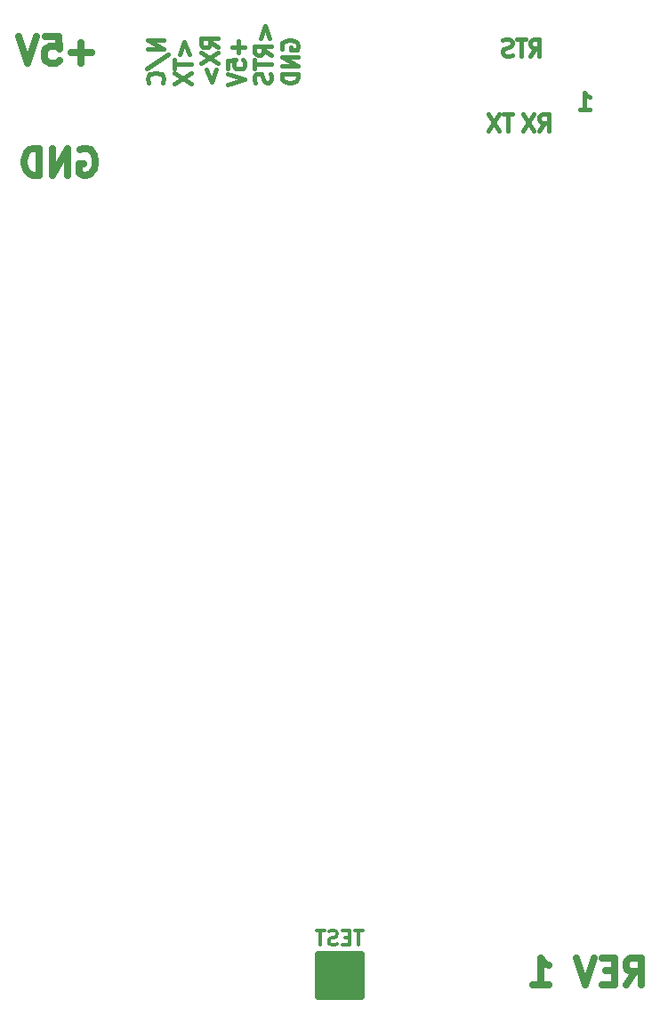
<source format=gbo>
G04 #@! TF.GenerationSoftware,KiCad,Pcbnew,(6.0.1)*
G04 #@! TF.CreationDate,2022-09-11T12:04:35-04:00*
G04 #@! TF.ProjectId,SIMPLE-65C02,53494d50-4c45-42d3-9635-4330322e6b69,1*
G04 #@! TF.SameCoordinates,Original*
G04 #@! TF.FileFunction,Legend,Bot*
G04 #@! TF.FilePolarity,Positive*
%FSLAX46Y46*%
G04 Gerber Fmt 4.6, Leading zero omitted, Abs format (unit mm)*
G04 Created by KiCad (PCBNEW (6.0.1)) date 2022-09-11 12:04:35*
%MOMM*%
%LPD*%
G01*
G04 APERTURE LIST*
%ADD10C,0.635000*%
%ADD11C,0.381000*%
%ADD12C,0.349250*%
%ADD13C,0.650000*%
G04 APERTURE END LIST*
D10*
X167206083Y-139325047D02*
X168052750Y-138115523D01*
X168657511Y-139325047D02*
X168657511Y-136785047D01*
X167689892Y-136785047D01*
X167447988Y-136906000D01*
X167327035Y-137026952D01*
X167206083Y-137268857D01*
X167206083Y-137631714D01*
X167327035Y-137873619D01*
X167447988Y-137994571D01*
X167689892Y-138115523D01*
X168657511Y-138115523D01*
X166117511Y-137994571D02*
X165270845Y-137994571D01*
X164907988Y-139325047D02*
X166117511Y-139325047D01*
X166117511Y-136785047D01*
X164907988Y-136785047D01*
X164182273Y-136785047D02*
X163335607Y-139325047D01*
X162488940Y-136785047D01*
X158376559Y-139325047D02*
X159827988Y-139325047D01*
X159102273Y-139325047D02*
X159102273Y-136785047D01*
X159344178Y-137147904D01*
X159586083Y-137389809D01*
X159827988Y-137510761D01*
D11*
X158090507Y-51010154D02*
X158598507Y-50254202D01*
X158961364Y-51010154D02*
X158961364Y-49422654D01*
X158380792Y-49422654D01*
X158235650Y-49498250D01*
X158163078Y-49573845D01*
X158090507Y-49725035D01*
X158090507Y-49951821D01*
X158163078Y-50103011D01*
X158235650Y-50178607D01*
X158380792Y-50254202D01*
X158961364Y-50254202D01*
X157655078Y-49422654D02*
X156784221Y-49422654D01*
X157219650Y-51010154D02*
X157219650Y-49422654D01*
X156348792Y-50934559D02*
X156131078Y-51010154D01*
X155768221Y-51010154D01*
X155623078Y-50934559D01*
X155550507Y-50858964D01*
X155477935Y-50707773D01*
X155477935Y-50556583D01*
X155550507Y-50405392D01*
X155623078Y-50329797D01*
X155768221Y-50254202D01*
X156058507Y-50178607D01*
X156203650Y-50103011D01*
X156276221Y-50027416D01*
X156348792Y-49876226D01*
X156348792Y-49725035D01*
X156276221Y-49573845D01*
X156203650Y-49498250D01*
X156058507Y-49422654D01*
X155695650Y-49422654D01*
X155477935Y-49498250D01*
D10*
X116330488Y-50727428D02*
X114395250Y-50727428D01*
X115362869Y-51695047D02*
X115362869Y-49759809D01*
X111976202Y-49155047D02*
X113185726Y-49155047D01*
X113306678Y-50364571D01*
X113185726Y-50243619D01*
X112943821Y-50122666D01*
X112339059Y-50122666D01*
X112097154Y-50243619D01*
X111976202Y-50364571D01*
X111855250Y-50606476D01*
X111855250Y-51211238D01*
X111976202Y-51453142D01*
X112097154Y-51574095D01*
X112339059Y-51695047D01*
X112943821Y-51695047D01*
X113185726Y-51574095D01*
X113306678Y-51453142D01*
X111129535Y-49155047D02*
X110282869Y-51695047D01*
X109436202Y-49155047D01*
D11*
X156385078Y-56534654D02*
X155514221Y-56534654D01*
X155949650Y-58122154D02*
X155949650Y-56534654D01*
X155151364Y-56534654D02*
X154135364Y-58122154D01*
X154135364Y-56534654D02*
X155151364Y-58122154D01*
X123233467Y-49500064D02*
X121645967Y-49500064D01*
X123233467Y-50370921D01*
X121645967Y-50370921D01*
X121570372Y-52185207D02*
X123611443Y-50878921D01*
X123082277Y-53564064D02*
X123157872Y-53491492D01*
X123233467Y-53273778D01*
X123233467Y-53128635D01*
X123157872Y-52910921D01*
X123006682Y-52765778D01*
X122855491Y-52693207D01*
X122553110Y-52620635D01*
X122326324Y-52620635D01*
X122023943Y-52693207D01*
X121872753Y-52765778D01*
X121721563Y-52910921D01*
X121645967Y-53128635D01*
X121645967Y-53273778D01*
X121721563Y-53491492D01*
X121797158Y-53564064D01*
X124731009Y-50878921D02*
X125184580Y-49717778D01*
X125638152Y-50878921D01*
X124201842Y-51386921D02*
X124201842Y-52257778D01*
X125789342Y-51822350D02*
X124201842Y-51822350D01*
X124201842Y-52620635D02*
X125789342Y-53636635D01*
X124201842Y-53636635D02*
X125789342Y-52620635D01*
X128345217Y-50225778D02*
X127589265Y-49717778D01*
X128345217Y-49354921D02*
X126757717Y-49354921D01*
X126757717Y-49935492D01*
X126833313Y-50080635D01*
X126908908Y-50153207D01*
X127060098Y-50225778D01*
X127286884Y-50225778D01*
X127438074Y-50153207D01*
X127513670Y-50080635D01*
X127589265Y-49935492D01*
X127589265Y-49354921D01*
X126757717Y-50733778D02*
X128345217Y-51749778D01*
X126757717Y-51749778D02*
X128345217Y-50733778D01*
X127286884Y-52330350D02*
X127740455Y-53491492D01*
X128194027Y-52330350D01*
X130296330Y-49572635D02*
X130296330Y-50733778D01*
X130901092Y-50153207D02*
X129691568Y-50153207D01*
X129313592Y-52185207D02*
X129313592Y-51459492D01*
X130069545Y-51386921D01*
X129993949Y-51459492D01*
X129918354Y-51604635D01*
X129918354Y-51967492D01*
X129993949Y-52112635D01*
X130069545Y-52185207D01*
X130220735Y-52257778D01*
X130598711Y-52257778D01*
X130749902Y-52185207D01*
X130825497Y-52112635D01*
X130901092Y-51967492D01*
X130901092Y-51604635D01*
X130825497Y-51459492D01*
X130749902Y-51386921D01*
X129313592Y-52693207D02*
X130901092Y-53201207D01*
X129313592Y-53709207D01*
X132398634Y-49354921D02*
X132852205Y-48193778D01*
X133305777Y-49354921D01*
X133456967Y-50951492D02*
X132701015Y-50443492D01*
X133456967Y-50080635D02*
X131869467Y-50080635D01*
X131869467Y-50661207D01*
X131945063Y-50806350D01*
X132020658Y-50878921D01*
X132171848Y-50951492D01*
X132398634Y-50951492D01*
X132549824Y-50878921D01*
X132625420Y-50806350D01*
X132701015Y-50661207D01*
X132701015Y-50080635D01*
X131869467Y-51386921D02*
X131869467Y-52257778D01*
X133456967Y-51822350D02*
X131869467Y-51822350D01*
X133381372Y-52693207D02*
X133456967Y-52910921D01*
X133456967Y-53273778D01*
X133381372Y-53418921D01*
X133305777Y-53491492D01*
X133154586Y-53564064D01*
X133003396Y-53564064D01*
X132852205Y-53491492D01*
X132776610Y-53418921D01*
X132701015Y-53273778D01*
X132625420Y-52983492D01*
X132549824Y-52838350D01*
X132474229Y-52765778D01*
X132323039Y-52693207D01*
X132171848Y-52693207D01*
X132020658Y-52765778D01*
X131945063Y-52838350D01*
X131869467Y-52983492D01*
X131869467Y-53346350D01*
X131945063Y-53564064D01*
X134500938Y-50370921D02*
X134425342Y-50225778D01*
X134425342Y-50008064D01*
X134500938Y-49790350D01*
X134652128Y-49645207D01*
X134803318Y-49572635D01*
X135105699Y-49500064D01*
X135332485Y-49500064D01*
X135634866Y-49572635D01*
X135786057Y-49645207D01*
X135937247Y-49790350D01*
X136012842Y-50008064D01*
X136012842Y-50153207D01*
X135937247Y-50370921D01*
X135861652Y-50443492D01*
X135332485Y-50443492D01*
X135332485Y-50153207D01*
X136012842Y-51096635D02*
X134425342Y-51096635D01*
X136012842Y-51967492D01*
X134425342Y-51967492D01*
X136012842Y-52693207D02*
X134425342Y-52693207D01*
X134425342Y-53056064D01*
X134500938Y-53273778D01*
X134652128Y-53418921D01*
X134803318Y-53491492D01*
X135105699Y-53564064D01*
X135332485Y-53564064D01*
X135634866Y-53491492D01*
X135786057Y-53418921D01*
X135937247Y-53273778D01*
X136012842Y-53056064D01*
X136012842Y-52693207D01*
X158961364Y-58122154D02*
X159469364Y-57366202D01*
X159832221Y-58122154D02*
X159832221Y-56534654D01*
X159251650Y-56534654D01*
X159106507Y-56610250D01*
X159033935Y-56685845D01*
X158961364Y-56837035D01*
X158961364Y-57063821D01*
X159033935Y-57215011D01*
X159106507Y-57290607D01*
X159251650Y-57366202D01*
X159832221Y-57366202D01*
X158453364Y-56534654D02*
X157437364Y-58122154D01*
X157437364Y-56534654D02*
X158453364Y-58122154D01*
D10*
X115254011Y-59944000D02*
X115495916Y-59823047D01*
X115858773Y-59823047D01*
X116221630Y-59944000D01*
X116463535Y-60185904D01*
X116584488Y-60427809D01*
X116705440Y-60911619D01*
X116705440Y-61274476D01*
X116584488Y-61758285D01*
X116463535Y-62000190D01*
X116221630Y-62242095D01*
X115858773Y-62363047D01*
X115616869Y-62363047D01*
X115254011Y-62242095D01*
X115133059Y-62121142D01*
X115133059Y-61274476D01*
X115616869Y-61274476D01*
X114044488Y-62363047D02*
X114044488Y-59823047D01*
X112593059Y-62363047D01*
X112593059Y-59823047D01*
X111383535Y-62363047D02*
X111383535Y-59823047D01*
X110778773Y-59823047D01*
X110415916Y-59944000D01*
X110174011Y-60185904D01*
X110053059Y-60427809D01*
X109932107Y-60911619D01*
X109932107Y-61274476D01*
X110053059Y-61758285D01*
X110174011Y-62000190D01*
X110415916Y-62242095D01*
X110778773Y-62363047D01*
X111383535Y-62363047D01*
D11*
X162843935Y-56090154D02*
X163714792Y-56090154D01*
X163279364Y-56090154D02*
X163279364Y-54502654D01*
X163424507Y-54729440D01*
X163569650Y-54880630D01*
X163714792Y-54956226D01*
D12*
X142182547Y-134164976D02*
X141384261Y-134164976D01*
X141783404Y-135561976D02*
X141783404Y-134164976D01*
X140918595Y-134830214D02*
X140452928Y-134830214D01*
X140253357Y-135561976D02*
X140918595Y-135561976D01*
X140918595Y-134164976D01*
X140253357Y-134164976D01*
X139721166Y-135495452D02*
X139521595Y-135561976D01*
X139188976Y-135561976D01*
X139055928Y-135495452D01*
X138989404Y-135428928D01*
X138922880Y-135295880D01*
X138922880Y-135162833D01*
X138989404Y-135029785D01*
X139055928Y-134963261D01*
X139188976Y-134896738D01*
X139455071Y-134830214D01*
X139588119Y-134763690D01*
X139654642Y-134697166D01*
X139721166Y-134564119D01*
X139721166Y-134431071D01*
X139654642Y-134298023D01*
X139588119Y-134231500D01*
X139455071Y-134164976D01*
X139122452Y-134164976D01*
X138922880Y-134231500D01*
X138523738Y-134164976D02*
X137725452Y-134164976D01*
X138124595Y-135561976D02*
X138124595Y-134164976D01*
D13*
X141954000Y-138930000D02*
X141954000Y-139430000D01*
X137954000Y-136430000D02*
X141954000Y-136430000D01*
X141954000Y-136430000D02*
X141954000Y-140430000D01*
X137954000Y-136930000D02*
X141954000Y-136930000D01*
X137954000Y-139430000D02*
X137954000Y-139930000D01*
X137954000Y-137430000D02*
X137954000Y-137930000D01*
X137954000Y-139930000D02*
X141954000Y-139930000D01*
X141954000Y-137930000D02*
X141954000Y-138430000D01*
X137954000Y-137930000D02*
X141954000Y-137930000D01*
X137954000Y-140430000D02*
X137954000Y-136430000D01*
X141954000Y-138430000D02*
X137954000Y-138430000D01*
X141954000Y-136930000D02*
X141954000Y-137430000D01*
X137954000Y-136430000D02*
X137954000Y-136930000D01*
X137954000Y-138930000D02*
X141454000Y-138930000D01*
X141954000Y-137430000D02*
X137954000Y-137430000D01*
X141454000Y-138930000D02*
X141954000Y-138930000D01*
X141954000Y-140430000D02*
X137954000Y-140430000D01*
X141954000Y-139430000D02*
X137954000Y-139430000D01*
X137954000Y-138430000D02*
X137954000Y-138930000D01*
M02*

</source>
